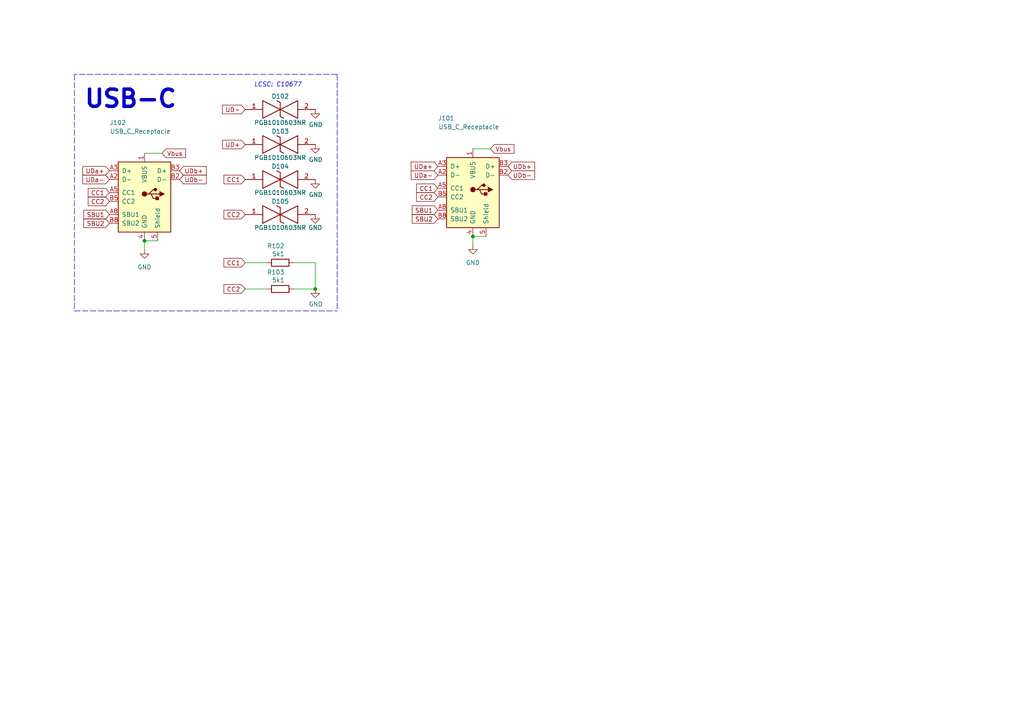
<source format=kicad_sch>
(kicad_sch (version 20211123) (generator eeschema)
  (paper "A4")
  (lib_symbols
    (symbol "Device:R" (pin_numbers hide) (pin_names (offset 0))
      (property "Reference" "R" (at 2.032 0 90))
      (property "Value" "R" (at 0 0 90))
      (symbol "R_0_1"
        (rectangle (start -1.016 -2.54) (end 1.016 2.54) (stroke (width 0.254)))
      )
      (symbol "R_1_1"
        (pin passive line (at 0 3.81 270) (length 1.27) (name "~") (number "1"))
        (pin passive line (at 0 -3.81 90) (length 1.27) (name "~") (number "2"))
      )
    )
    (symbol "New_Library:USB_C(sd)" (pin_names (offset 1.016))
      (property "Reference" "J" (at -7.62 15.24 0))
      (property "Value" "USB_C(sd)" (at -2.54 12.7 0))
      (symbol "USB_C(sd)_0_1"
        (rectangle (start -7.62 10.16) (end 7.62 -10.16) (stroke (width 0.254)) (fill (type background)))
        (polyline (pts (xy 0.635 0.889) (xy 1.27 0.889) (xy 2.54 2.159) (xy 3.175 2.159)) (stroke (width 0.254)))
        (polyline (pts (xy 1.27 0.889) (xy 1.905 0.889) (xy 2.54 -0.381) (xy 3.81 -0.381)) (stroke (width 0.254)))
        (polyline (pts (xy 4.445 1.524) (xy 4.445 0.254) (xy 5.715 0.889) (xy 4.445 1.524)) (stroke (width 0.254)) (fill (type outline)))
        (circle (center 0 0.889) (radius 0.635) (stroke (width 0.254)) (fill (type outline)))
        (circle (center 3.175 2.159) (radius 0.381) (stroke (width 0.254)) (fill (type outline)))
        (rectangle (start 4.064 0) (end 3.302 -0.762) (stroke (width 0.254)) (fill (type outline)))
      )
      (symbol "USB_C(sd)_1_1"
        (polyline (pts (xy 1.905 0.889) (xy 4.445 0.889)) (stroke (width 0.254)))
        (pin power_in line (at 0 12.7 270) (length 2.54) (name "VBUS") (number "1"))
        (pin power_in line (at 0 -12.7 90) (length 2.54) (name "GND") (number "4"))
        (pin passive line (at 3.81 -12.7 90) (length 2.54) (name "Shield") (number "5"))
        (pin bidirectional line (at -10.16 5.08 0) (length 2.54) (name "D-") (number "A2"))
        (pin bidirectional line (at -10.16 7.62 0) (length 2.54) (name "D+") (number "A3"))
        (pin bidirectional line (at -10.16 1.27 0) (length 2.54) (name "CC1") (number "A5"))
        (pin bidirectional line (at -10.16 -5.08 0) (length 2.54) (name "SBU1") (number "A8"))
        (pin bidirectional line (at 10.16 5.08 180) (length 2.54) (name "D-") (number "B2"))
        (pin bidirectional line (at 10.16 7.62 180) (length 2.54) (name "D+") (number "B3"))
        (pin bidirectional line (at -10.16 -1.27 0) (length 2.54) (name "CC2") (number "B5"))
        (pin bidirectional line (at -10.16 -7.62 0) (length 2.54) (name "SBU2") (number "B8"))
      )
    )
    (symbol "PGB1010603NR:PGB1010603NR" (pin_names hide)
      (property "Value" "PGB1010603NR" (at 10.16 -6.35 0))
      (property "Reference_1" "D" (at 12.7 8.89 0))
      (property "Value_1" "PGB1010603NR" (at 12.7 6.35 0))
      (symbol "PGB1010603NR_1_1"
        (polyline (pts (xy 5.08 2.54) (xy 5.08 -2.54)) (stroke (width 0.254)))
        (polyline (pts (xy 5.08 2.54) (xy 10.16 0)) (stroke (width 0.254)))
        (polyline (pts (xy 9.144 2.54) (xy 10.16 2.032)) (stroke (width 0.254)))
        (polyline (pts (xy 10.16 -2.032) (xy 10.16 2.032)) (stroke (width 0.254)))
        (polyline (pts (xy 10.16 -2.032) (xy 11.176 -2.54)) (stroke (width 0.254)))
        (polyline (pts (xy 10.16 0) (xy 5.08 -2.54)) (stroke (width 0.254)))
        (polyline (pts (xy 10.16 0) (xy 15.24 -2.54)) (stroke (width 0.254)))
        (polyline (pts (xy 15.24 2.54) (xy 10.16 0)) (stroke (width 0.254)))
        (polyline (pts (xy 15.24 2.54) (xy 15.24 -2.54)) (stroke (width 0.254)))
        (pin passive line (at 0 0 0) (length 5.08) (name "1") (number "1"))
        (pin passive line (at 20.32 0 180) (length 5.08) (name "2") (number "2"))
      )
    )
    (symbol "power:GND" (power) (pin_names (offset 0))
      (property "Value" "GND" (at 0 -3.81 0))
      (symbol "GND_0_1"
        (polyline (pts (xy 0 0) (xy 0 -1.27) (xy 1.27 -1.27) (xy 0 -2.54) (xy -1.27 -1.27) (xy 0 -1.27)))
      )
      (symbol "GND_1_1"
        (pin power_in line (at 0 0 270) (length 0) hide (name "GND") (number "1"))
      )
    )
  )
  (junction (at 91.44 83.82))
  (junction (at 41.91 69.85))
  (junction (at 137.16 68.58))
  (wire (pts (xy 137.16 43.18) (xy 142.24 43.18)))
  (wire (pts (xy 41.91 44.45) (xy 46.99 44.45)))
  (wire (pts (xy 137.16 68.58) (xy 137.16 71.12)))
  (wire (pts (xy 85.09 76.2) (xy 91.44 76.2)))
  (wire (pts (xy 91.44 76.2) (xy 91.44 83.82)))
  (polyline (pts (xy 21.59 90.17) (xy 97.79 90.17)))
  (polyline (pts (xy 21.59 21.59) (xy 21.59 90.17)))
  (wire (pts (xy 85.09 83.82) (xy 91.44 83.82)))
  (polyline (pts (xy 97.79 21.59) (xy 97.79 90.17)))
  (wire (pts (xy 41.91 69.85) (xy 41.91 72.39)))
  (wire (pts (xy 41.91 69.85) (xy 45.72 69.85)))
  (polyline (pts (xy 97.79 21.59) (xy 21.59 21.59)))
  (wire (pts (xy 137.16 68.58) (xy 140.97 68.58)))
  (wire (pts (xy 71.12 83.82) (xy 77.47 83.82)))
  (wire (pts (xy 71.12 76.2) (xy 77.47 76.2)))
  (text "LCSC: C10677" (at 73.66 25.4 0) (effects (font (size 1.27 1.27) italic) (justify left bottom)))
  (text "USB-C" (at 24.13 31.75 0) (effects (font (size 5 5) (thickness 1) bold) (justify left bottom)))
  (global_label "Vbus" (shape input) (at 142.24 43.18 0) (property "Intersheet References" "${INTERSHEET_REFS}" (effects hide)))
  (global_label "CC1" (shape input) (at 71.12 52.07 180) (property "Intersheet References" "${INTERSHEET_REFS}" (effects hide)))
  (global_label "Vbus" (shape input) (at 46.99 44.45 0) (property "Intersheet References" "${INTERSHEET_REFS}" (effects hide)))
  (global_label "CC1" (shape input) (at 71.12 76.2 180) (property "Intersheet References" "${INTERSHEET_REFS}" (effects hide)))
  (global_label "UD+" (shape input) (at 71.12 41.91 180) (property "Intersheet References" "${INTERSHEET_REFS}" (effects hide)))
  (global_label "CC2" (shape input) (at 71.12 62.23 180) (property "Intersheet References" "${INTERSHEET_REFS}" (effects hide)))
  (global_label "SBU1" (shape input) (at 31.75 62.23 180) (property "Intersheet References" "${INTERSHEET_REFS}" (effects hide)))
  (global_label "CC2" (shape input) (at 127 57.15 180) (property "Intersheet References" "${INTERSHEET_REFS}" (effects hide)))
  (global_label "UDb+" (shape input) (at 147.32 48.26 0) (property "Intersheet References" "${INTERSHEET_REFS}" (effects hide)))
  (global_label "UD-" (shape input) (at 71.12 31.75 180) (property "Intersheet References" "${INTERSHEET_REFS}" (effects hide)))
  (global_label "UDa-" (shape input) (at 127 50.8 180) (property "Intersheet References" "${INTERSHEET_REFS}" (effects hide)))
  (global_label "UDb+" (shape input) (at 52.07 49.53 0) (property "Intersheet References" "${INTERSHEET_REFS}" (effects hide)))
  (global_label "CC2" (shape input) (at 31.75 58.42 180) (property "Intersheet References" "${INTERSHEET_REFS}" (effects hide)))
  (global_label "UDa+" (shape input) (at 31.75 49.53 180) (property "Intersheet References" "${INTERSHEET_REFS}" (effects hide)))
  (global_label "UDa+" (shape input) (at 127 48.26 180) (property "Intersheet References" "${INTERSHEET_REFS}" (effects hide)))
  (global_label "UDb-" (shape input) (at 52.07 52.07 0) (property "Intersheet References" "${INTERSHEET_REFS}" (effects hide)))
  (global_label "UDa-" (shape input) (at 31.75 52.07 180) (property "Intersheet References" "${INTERSHEET_REFS}" (effects hide)))
  (global_label "SBU2" (shape input) (at 31.75 64.77 180) (property "Intersheet References" "${INTERSHEET_REFS}" (effects hide)))
  (global_label "CC1" (shape input) (at 31.75 55.88 180) (property "Intersheet References" "${INTERSHEET_REFS}" (effects hide)))
  (global_label "CC2" (shape input) (at 71.12 83.82 180) (property "Intersheet References" "${INTERSHEET_REFS}" (effects hide)))
  (global_label "SBU1" (shape input) (at 127 60.96 180) (property "Intersheet References" "${INTERSHEET_REFS}" (effects hide)))
  (global_label "UDb-" (shape input) (at 147.32 50.8 0) (property "Intersheet References" "${INTERSHEET_REFS}" (effects hide)))
  (global_label "CC1" (shape input) (at 127 54.61 180) (property "Intersheet References" "${INTERSHEET_REFS}" (effects hide)))
  (global_label "SBU2" (shape input) (at 127 63.5 180) (property "Intersheet References" "${INTERSHEET_REFS}" (effects hide)))
  (symbol (lib_id "power:GND") (at 91.44 41.91 0) (unit 1)
    (property "Reference" "#PWR0103" (effects hide))
    (property "Value" "GND" (at 91.567 46.3042 0))
  )
  (symbol (lib_id "Device:R") (at 81.28 76.2 90) (unit 1) (in_bom no) (on_board no)
    (property "Reference" "R102" (at 82.55 71.3486 90) (effects (justify left)))
    (property "Value" "5k1" (at 82.55 73.66 90) (effects (justify left)))
    (property "Footprint" "Resistor_SMD:R_0603_1608Metric" (effects hide))
  )
  (symbol (lib_id "PGB1010603NR:PGB1010603NR") (at 71.12 31.75 0) (unit 1) (in_bom no) (on_board no)
    (property "Reference" "D102" (at 81.28 27.94 0))
    (property "Value" "PGB1010603NR" (at 81.28 35.56 0))
    (property "Footprint" "tinker:PGB1010603NRHF" (effects hide))
    (property "Reference_1" "D" (effects hide))
    (property "Value_1" "PGB1010603NR" (effects hide))
    (property "Footprint_1" "PGB1010603NRHF" (effects hide))
    (property "Datasheet_1" "https://www.littelfuse.com/data/en/data_sheets/littelfuse_pulseguard-esd_pgb1.pdf" (effects hide))
    (property "Height" "0.36" (effects hide))
    (property "Manufacturer_Name" "LITTELFUSE" (effects hide))
    (property "Manufacturer_Part_Number" "PGB1010603NR" (effects hide))
    (property "Mouser Part Number" "576-PGB1010603NR" (effects hide))
    (property "Mouser Price/Stock" "https://www.mouser.co.uk/ProductDetail/Littelfuse/PGB1010603NR?qs=gu7KAQ731UTJOoBJUwB8FA%3D%3D" (effects hide))
    (property "Arrow Part Number" "PGB1010603NR" (effects hide))
    (property "Arrow Price/Stock" "https://www.arrow.com/en/products/pgb1010603nr/littelfuse?region=nac" (effects hide))
    (property "LCSC" "C10677" (effects hide))
    (property "DigiKey" "F3591CT-ND" (effects hide))
  )
  (symbol (lib_id "PGB1010603NR:PGB1010603NR") (at 71.12 62.23 0) (unit 1) (in_bom no) (on_board no)
    (property "Reference" "D105" (at 81.28 58.42 0))
    (property "Value" "PGB1010603NR" (at 81.28 66.04 0))
    (property "Footprint" "tinker:PGB1010603NRHF" (effects hide))
    (property "Reference_1" "D" (effects hide))
    (property "Value_1" "PGB1010603NR" (effects hide))
    (property "Footprint_1" "PGB1010603NRHF" (effects hide))
    (property "Datasheet_1" "https://www.littelfuse.com/data/en/data_sheets/littelfuse_pulseguard-esd_pgb1.pdf" (effects hide))
    (property "Height" "0.36" (effects hide))
    (property "Manufacturer_Name" "LITTELFUSE" (effects hide))
    (property "Manufacturer_Part_Number" "PGB1010603NR" (effects hide))
    (property "Mouser Part Number" "576-PGB1010603NR" (effects hide))
    (property "Mouser Price/Stock" "https://www.mouser.co.uk/ProductDetail/Littelfuse/PGB1010603NR?qs=gu7KAQ731UTJOoBJUwB8FA%3D%3D" (effects hide))
    (property "Arrow Part Number" "PGB1010603NR" (effects hide))
    (property "Arrow Price/Stock" "https://www.arrow.com/en/products/pgb1010603nr/littelfuse?region=nac" (effects hide))
    (property "LCSC" "C10677" (effects hide))
    (property "DigiKey" "F3591CT-ND" (effects hide))
  )
  (symbol (lib_id "power:GND") (at 137.16 71.12 0) (unit 1)
    (property "Reference" "#PWR0101" (effects hide))
    (property "Value" "GND" (at 137.16 76.2 0))
  )
  (symbol (lib_id "power:GND") (at 41.91 72.39 0) (unit 1)
    (property "Reference" "#PWR0106" (effects hide))
    (property "Value" "GND" (at 41.91 77.47 0))
  )
  (symbol (lib_id "New_Library:USB_C(sd)") (at 137.16 55.88 0) (unit 1)
    (property "Reference" "J101" (at 127 34.29 0) (effects (justify left)))
    (property "Value" "USB_C_Receptacle" (at 144.78 36.83 0) (effects (justify right)))
    (property "Footprint" "tinker:USB_C(sd)" (effects hide))
    (property "Datasheet" " ~" (effects hide))
    (property "LCSC" "A-(C6389922) C-(C2765186) XT30-(C2913282)" (effects hide))
  )
  (symbol (lib_id "PGB1010603NR:PGB1010603NR") (at 71.12 41.91 0) (unit 1) (in_bom no) (on_board no)
    (property "Reference" "D103" (at 81.28 38.1 0))
    (property "Value" "PGB1010603NR" (at 81.28 45.72 0))
    (property "Footprint" "tinker:PGB1010603NRHF" (effects hide))
    (property "Reference_1" "D" (effects hide))
    (property "Value_1" "PGB1010603NR" (effects hide))
    (property "Footprint_1" "PGB1010603NRHF" (effects hide))
    (property "Datasheet_1" "https://www.littelfuse.com/data/en/data_sheets/littelfuse_pulseguard-esd_pgb1.pdf" (effects hide))
    (property "Height" "0.36" (effects hide))
    (property "Manufacturer_Name" "LITTELFUSE" (effects hide))
    (property "Manufacturer_Part_Number" "PGB1010603NR" (effects hide))
    (property "Mouser Part Number" "576-PGB1010603NR" (effects hide))
    (property "Mouser Price/Stock" "https://www.mouser.co.uk/ProductDetail/Littelfuse/PGB1010603NR?qs=gu7KAQ731UTJOoBJUwB8FA%3D%3D" (effects hide))
    (property "Arrow Part Number" "PGB1010603NR" (effects hide))
    (property "Arrow Price/Stock" "https://www.arrow.com/en/products/pgb1010603nr/littelfuse?region=nac" (effects hide))
    (property "LCSC" "C10677" (effects hide))
    (property "DigiKey" "F3591CT-ND" (effects hide))
  )
  (symbol (lib_id "PGB1010603NR:PGB1010603NR") (at 71.12 52.07 0) (unit 1) (in_bom no) (on_board no)
    (property "Reference" "D104" (at 81.28 48.26 0))
    (property "Value" "PGB1010603NR" (at 81.28 55.88 0))
    (property "Footprint" "tinker:PGB1010603NRHF" (effects hide))
    (property "Reference_1" "D" (effects hide))
    (property "Value_1" "PGB1010603NR" (effects hide))
    (property "Footprint_1" "PGB1010603NRHF" (effects hide))
    (property "Datasheet_1" "https://www.littelfuse.com/data/en/data_sheets/littelfuse_pulseguard-esd_pgb1.pdf" (effects hide))
    (property "Height" "0.36" (effects hide))
    (property "Manufacturer_Name" "LITTELFUSE" (effects hide))
    (property "Manufacturer_Part_Number" "PGB1010603NR" (effects hide))
    (property "Mouser Part Number" "576-PGB1010603NR" (effects hide))
    (property "Mouser Price/Stock" "https://www.mouser.co.uk/ProductDetail/Littelfuse/PGB1010603NR?qs=gu7KAQ731UTJOoBJUwB8FA%3D%3D" (effects hide))
    (property "Arrow Part Number" "PGB1010603NR" (effects hide))
    (property "Arrow Price/Stock" "https://www.arrow.com/en/products/pgb1010603nr/littelfuse?region=nac" (effects hide))
    (property "LCSC" "C10677" (effects hide))
    (property "DigiKey" "F3591CT-ND" (effects hide))
  )
  (symbol (lib_id "New_Library:USB_C(sd)") (at 41.91 57.15 0) (unit 1)
    (property "Reference" "J102" (at 31.75 35.56 0) (effects (justify left)))
    (property "Value" "USB_C_Receptacle" (at 49.53 38.1 0) (effects (justify right)))
    (property "Footprint" "tinker:USB_C(sd)" (effects hide))
    (property "Datasheet" " ~" (effects hide))
    (property "LCSC" "A-(C6389922) C-(C2765186) XT30-(C2913282)" (effects hide))
  )
  (symbol (lib_id "Device:R") (at 81.28 83.82 90) (unit 1) (in_bom no) (on_board no)
    (property "Reference" "R103" (at 82.55 78.9686 90) (effects (justify left)))
    (property "Value" "5k1" (at 82.55 81.28 90) (effects (justify left)))
    (property "Footprint" "Resistor_SMD:R_0603_1608Metric" (effects hide))
  )
  (symbol (lib_id "power:GND") (at 91.44 52.07 0) (unit 1)
    (property "Reference" "#PWR0104" (effects hide))
    (property "Value" "GND" (at 91.567 56.4642 0))
  )
  (symbol (lib_id "power:GND") (at 91.44 83.82 0) (unit 1)
    (property "Reference" "#PWR0107" (effects hide))
    (property "Value" "GND" (at 91.567 88.2142 0))
  )
  (symbol (lib_id "power:GND") (at 91.44 62.23 0) (unit 1)
    (property "Reference" "#PWR0105" (effects hide))
    (property "Value" "GND" (at 91.44 66.04 0))
  )
  (symbol (lib_id "power:GND") (at 91.44 31.75 0) (unit 1)
    (property "Reference" "#PWR0102" (effects hide))
    (property "Value" "GND" (at 91.567 36.1442 0))
  )
)
</source>
